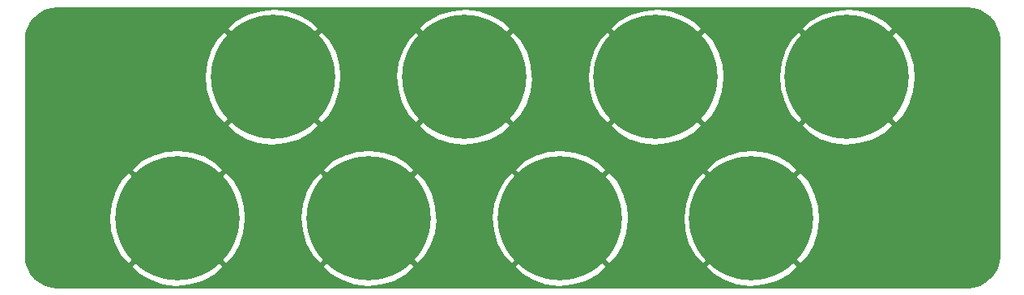
<source format=gbr>
G04 #@! TF.GenerationSoftware,KiCad,Pcbnew,(5.1.5-0)*
G04 #@! TF.CreationDate,2021-01-24T12:18:42-07:00*
G04 #@! TF.ProjectId,front_panel,66726f6e-745f-4706-916e-656c2e6b6963,rev?*
G04 #@! TF.SameCoordinates,Original*
G04 #@! TF.FileFunction,Copper,L2,Bot*
G04 #@! TF.FilePolarity,Positive*
%FSLAX46Y46*%
G04 Gerber Fmt 4.6, Leading zero omitted, Abs format (unit mm)*
G04 Created by KiCad (PCBNEW (5.1.5-0)) date 2021-01-24 12:18:42*
%MOMM*%
%LPD*%
G04 APERTURE LIST*
%ADD10C,13.000000*%
%ADD11C,5.800000*%
%ADD12C,0.254000*%
G04 APERTURE END LIST*
D10*
X132565000Y-118715000D03*
X122565000Y-103915000D03*
X112565000Y-118715000D03*
X142565000Y-103915000D03*
X172565000Y-118715000D03*
X152565000Y-118715000D03*
X162565000Y-103915000D03*
X182565000Y-103915000D03*
D11*
X100000000Y-100000000D03*
X100000000Y-122630000D03*
X195130000Y-100000000D03*
X195130000Y-122630000D03*
D12*
G36*
X195765502Y-96790476D02*
G01*
X196376802Y-96975039D01*
X196940603Y-97274817D01*
X197435445Y-97678399D01*
X197842474Y-98170412D01*
X198146184Y-98732112D01*
X198335008Y-99342104D01*
X198405000Y-100008036D01*
X198405001Y-122597712D01*
X198339524Y-123265501D01*
X198154962Y-123876800D01*
X197855183Y-124440603D01*
X197451598Y-124935447D01*
X196959587Y-125342474D01*
X196397888Y-125646184D01*
X195787896Y-125835008D01*
X195121964Y-125905000D01*
X100032278Y-125905000D01*
X99364499Y-125839524D01*
X98753200Y-125654962D01*
X98189397Y-125355183D01*
X97694553Y-124951598D01*
X97287526Y-124459587D01*
X96983816Y-123897888D01*
X96941552Y-123761355D01*
X107698251Y-123761355D01*
X108454267Y-124589005D01*
X109679214Y-125278101D01*
X111015062Y-125714982D01*
X112410472Y-125882858D01*
X113811821Y-125775277D01*
X115165255Y-125396373D01*
X116418763Y-124760708D01*
X116675733Y-124589005D01*
X117431749Y-123761355D01*
X127698251Y-123761355D01*
X128454267Y-124589005D01*
X129679214Y-125278101D01*
X131015062Y-125714982D01*
X132410472Y-125882858D01*
X133811821Y-125775277D01*
X135165255Y-125396373D01*
X136418763Y-124760708D01*
X136675733Y-124589005D01*
X137431749Y-123761355D01*
X147698251Y-123761355D01*
X148454267Y-124589005D01*
X149679214Y-125278101D01*
X151015062Y-125714982D01*
X152410472Y-125882858D01*
X153811821Y-125775277D01*
X155165255Y-125396373D01*
X156418763Y-124760708D01*
X156675733Y-124589005D01*
X157431749Y-123761355D01*
X167698251Y-123761355D01*
X168454267Y-124589005D01*
X169679214Y-125278101D01*
X171015062Y-125714982D01*
X172410472Y-125882858D01*
X173811821Y-125775277D01*
X175165255Y-125396373D01*
X176418763Y-124760708D01*
X176675733Y-124589005D01*
X177431749Y-123761355D01*
X172565000Y-118894605D01*
X167698251Y-123761355D01*
X157431749Y-123761355D01*
X152565000Y-118894605D01*
X147698251Y-123761355D01*
X137431749Y-123761355D01*
X132565000Y-118894605D01*
X127698251Y-123761355D01*
X117431749Y-123761355D01*
X112565000Y-118894605D01*
X107698251Y-123761355D01*
X96941552Y-123761355D01*
X96794992Y-123287896D01*
X96725000Y-122621964D01*
X96725000Y-118560472D01*
X105397142Y-118560472D01*
X105504723Y-119961821D01*
X105883627Y-121315255D01*
X106519292Y-122568763D01*
X106690995Y-122825733D01*
X107518645Y-123581749D01*
X112385395Y-118715000D01*
X112744605Y-118715000D01*
X117611355Y-123581749D01*
X118439005Y-122825733D01*
X119128101Y-121600786D01*
X119564982Y-120264938D01*
X119732858Y-118869528D01*
X119709132Y-118560472D01*
X125397142Y-118560472D01*
X125504723Y-119961821D01*
X125883627Y-121315255D01*
X126519292Y-122568763D01*
X126690995Y-122825733D01*
X127518645Y-123581749D01*
X132385395Y-118715000D01*
X132744605Y-118715000D01*
X137611355Y-123581749D01*
X138439005Y-122825733D01*
X139128101Y-121600786D01*
X139564982Y-120264938D01*
X139732858Y-118869528D01*
X139709132Y-118560472D01*
X145397142Y-118560472D01*
X145504723Y-119961821D01*
X145883627Y-121315255D01*
X146519292Y-122568763D01*
X146690995Y-122825733D01*
X147518645Y-123581749D01*
X152385395Y-118715000D01*
X152744605Y-118715000D01*
X157611355Y-123581749D01*
X158439005Y-122825733D01*
X159128101Y-121600786D01*
X159564982Y-120264938D01*
X159732858Y-118869528D01*
X159709132Y-118560472D01*
X165397142Y-118560472D01*
X165504723Y-119961821D01*
X165883627Y-121315255D01*
X166519292Y-122568763D01*
X166690995Y-122825733D01*
X167518645Y-123581749D01*
X172385395Y-118715000D01*
X172744605Y-118715000D01*
X177611355Y-123581749D01*
X178439005Y-122825733D01*
X179128101Y-121600786D01*
X179564982Y-120264938D01*
X179732858Y-118869528D01*
X179625277Y-117468179D01*
X179246373Y-116114745D01*
X178610708Y-114861237D01*
X178439005Y-114604267D01*
X177611355Y-113848251D01*
X172744605Y-118715000D01*
X172385395Y-118715000D01*
X167518645Y-113848251D01*
X166690995Y-114604267D01*
X166001899Y-115829214D01*
X165565018Y-117165062D01*
X165397142Y-118560472D01*
X159709132Y-118560472D01*
X159625277Y-117468179D01*
X159246373Y-116114745D01*
X158610708Y-114861237D01*
X158439005Y-114604267D01*
X157611355Y-113848251D01*
X152744605Y-118715000D01*
X152385395Y-118715000D01*
X147518645Y-113848251D01*
X146690995Y-114604267D01*
X146001899Y-115829214D01*
X145565018Y-117165062D01*
X145397142Y-118560472D01*
X139709132Y-118560472D01*
X139625277Y-117468179D01*
X139246373Y-116114745D01*
X138610708Y-114861237D01*
X138439005Y-114604267D01*
X137611355Y-113848251D01*
X132744605Y-118715000D01*
X132385395Y-118715000D01*
X127518645Y-113848251D01*
X126690995Y-114604267D01*
X126001899Y-115829214D01*
X125565018Y-117165062D01*
X125397142Y-118560472D01*
X119709132Y-118560472D01*
X119625277Y-117468179D01*
X119246373Y-116114745D01*
X118610708Y-114861237D01*
X118439005Y-114604267D01*
X117611355Y-113848251D01*
X112744605Y-118715000D01*
X112385395Y-118715000D01*
X107518645Y-113848251D01*
X106690995Y-114604267D01*
X106001899Y-115829214D01*
X105565018Y-117165062D01*
X105397142Y-118560472D01*
X96725000Y-118560472D01*
X96725000Y-113668645D01*
X107698251Y-113668645D01*
X112565000Y-118535395D01*
X117431749Y-113668645D01*
X127698251Y-113668645D01*
X132565000Y-118535395D01*
X137431749Y-113668645D01*
X147698251Y-113668645D01*
X152565000Y-118535395D01*
X157431749Y-113668645D01*
X167698251Y-113668645D01*
X172565000Y-118535395D01*
X177431749Y-113668645D01*
X176675733Y-112840995D01*
X175450786Y-112151899D01*
X174114938Y-111715018D01*
X172719528Y-111547142D01*
X171318179Y-111654723D01*
X169964745Y-112033627D01*
X168711237Y-112669292D01*
X168454267Y-112840995D01*
X167698251Y-113668645D01*
X157431749Y-113668645D01*
X156675733Y-112840995D01*
X155450786Y-112151899D01*
X154114938Y-111715018D01*
X152719528Y-111547142D01*
X151318179Y-111654723D01*
X149964745Y-112033627D01*
X148711237Y-112669292D01*
X148454267Y-112840995D01*
X147698251Y-113668645D01*
X137431749Y-113668645D01*
X136675733Y-112840995D01*
X135450786Y-112151899D01*
X134114938Y-111715018D01*
X132719528Y-111547142D01*
X131318179Y-111654723D01*
X129964745Y-112033627D01*
X128711237Y-112669292D01*
X128454267Y-112840995D01*
X127698251Y-113668645D01*
X117431749Y-113668645D01*
X116675733Y-112840995D01*
X115450786Y-112151899D01*
X114114938Y-111715018D01*
X112719528Y-111547142D01*
X111318179Y-111654723D01*
X109964745Y-112033627D01*
X108711237Y-112669292D01*
X108454267Y-112840995D01*
X107698251Y-113668645D01*
X96725000Y-113668645D01*
X96725000Y-108961355D01*
X117698251Y-108961355D01*
X118454267Y-109789005D01*
X119679214Y-110478101D01*
X121015062Y-110914982D01*
X122410472Y-111082858D01*
X123811821Y-110975277D01*
X125165255Y-110596373D01*
X126418763Y-109960708D01*
X126675733Y-109789005D01*
X127431749Y-108961355D01*
X137698251Y-108961355D01*
X138454267Y-109789005D01*
X139679214Y-110478101D01*
X141015062Y-110914982D01*
X142410472Y-111082858D01*
X143811821Y-110975277D01*
X145165255Y-110596373D01*
X146418763Y-109960708D01*
X146675733Y-109789005D01*
X147431749Y-108961355D01*
X157698251Y-108961355D01*
X158454267Y-109789005D01*
X159679214Y-110478101D01*
X161015062Y-110914982D01*
X162410472Y-111082858D01*
X163811821Y-110975277D01*
X165165255Y-110596373D01*
X166418763Y-109960708D01*
X166675733Y-109789005D01*
X167431749Y-108961355D01*
X177698251Y-108961355D01*
X178454267Y-109789005D01*
X179679214Y-110478101D01*
X181015062Y-110914982D01*
X182410472Y-111082858D01*
X183811821Y-110975277D01*
X185165255Y-110596373D01*
X186418763Y-109960708D01*
X186675733Y-109789005D01*
X187431749Y-108961355D01*
X182565000Y-104094605D01*
X177698251Y-108961355D01*
X167431749Y-108961355D01*
X162565000Y-104094605D01*
X157698251Y-108961355D01*
X147431749Y-108961355D01*
X142565000Y-104094605D01*
X137698251Y-108961355D01*
X127431749Y-108961355D01*
X122565000Y-104094605D01*
X117698251Y-108961355D01*
X96725000Y-108961355D01*
X96725000Y-103760472D01*
X115397142Y-103760472D01*
X115504723Y-105161821D01*
X115883627Y-106515255D01*
X116519292Y-107768763D01*
X116690995Y-108025733D01*
X117518645Y-108781749D01*
X122385395Y-103915000D01*
X122744605Y-103915000D01*
X127611355Y-108781749D01*
X128439005Y-108025733D01*
X129128101Y-106800786D01*
X129564982Y-105464938D01*
X129732858Y-104069528D01*
X129709132Y-103760472D01*
X135397142Y-103760472D01*
X135504723Y-105161821D01*
X135883627Y-106515255D01*
X136519292Y-107768763D01*
X136690995Y-108025733D01*
X137518645Y-108781749D01*
X142385395Y-103915000D01*
X142744605Y-103915000D01*
X147611355Y-108781749D01*
X148439005Y-108025733D01*
X149128101Y-106800786D01*
X149564982Y-105464938D01*
X149732858Y-104069528D01*
X149709132Y-103760472D01*
X155397142Y-103760472D01*
X155504723Y-105161821D01*
X155883627Y-106515255D01*
X156519292Y-107768763D01*
X156690995Y-108025733D01*
X157518645Y-108781749D01*
X162385395Y-103915000D01*
X162744605Y-103915000D01*
X167611355Y-108781749D01*
X168439005Y-108025733D01*
X169128101Y-106800786D01*
X169564982Y-105464938D01*
X169732858Y-104069528D01*
X169709132Y-103760472D01*
X175397142Y-103760472D01*
X175504723Y-105161821D01*
X175883627Y-106515255D01*
X176519292Y-107768763D01*
X176690995Y-108025733D01*
X177518645Y-108781749D01*
X182385395Y-103915000D01*
X182744605Y-103915000D01*
X187611355Y-108781749D01*
X188439005Y-108025733D01*
X189128101Y-106800786D01*
X189564982Y-105464938D01*
X189732858Y-104069528D01*
X189625277Y-102668179D01*
X189246373Y-101314745D01*
X188610708Y-100061237D01*
X188439005Y-99804267D01*
X187611355Y-99048251D01*
X182744605Y-103915000D01*
X182385395Y-103915000D01*
X177518645Y-99048251D01*
X176690995Y-99804267D01*
X176001899Y-101029214D01*
X175565018Y-102365062D01*
X175397142Y-103760472D01*
X169709132Y-103760472D01*
X169625277Y-102668179D01*
X169246373Y-101314745D01*
X168610708Y-100061237D01*
X168439005Y-99804267D01*
X167611355Y-99048251D01*
X162744605Y-103915000D01*
X162385395Y-103915000D01*
X157518645Y-99048251D01*
X156690995Y-99804267D01*
X156001899Y-101029214D01*
X155565018Y-102365062D01*
X155397142Y-103760472D01*
X149709132Y-103760472D01*
X149625277Y-102668179D01*
X149246373Y-101314745D01*
X148610708Y-100061237D01*
X148439005Y-99804267D01*
X147611355Y-99048251D01*
X142744605Y-103915000D01*
X142385395Y-103915000D01*
X137518645Y-99048251D01*
X136690995Y-99804267D01*
X136001899Y-101029214D01*
X135565018Y-102365062D01*
X135397142Y-103760472D01*
X129709132Y-103760472D01*
X129625277Y-102668179D01*
X129246373Y-101314745D01*
X128610708Y-100061237D01*
X128439005Y-99804267D01*
X127611355Y-99048251D01*
X122744605Y-103915000D01*
X122385395Y-103915000D01*
X117518645Y-99048251D01*
X116690995Y-99804267D01*
X116001899Y-101029214D01*
X115565018Y-102365062D01*
X115397142Y-103760472D01*
X96725000Y-103760472D01*
X96725000Y-100032278D01*
X96790476Y-99364498D01*
X96940183Y-98868645D01*
X117698251Y-98868645D01*
X122565000Y-103735395D01*
X127431749Y-98868645D01*
X137698251Y-98868645D01*
X142565000Y-103735395D01*
X147431749Y-98868645D01*
X157698251Y-98868645D01*
X162565000Y-103735395D01*
X167431749Y-98868645D01*
X177698251Y-98868645D01*
X182565000Y-103735395D01*
X187431749Y-98868645D01*
X186675733Y-98040995D01*
X185450786Y-97351899D01*
X184114938Y-96915018D01*
X182719528Y-96747142D01*
X181318179Y-96854723D01*
X179964745Y-97233627D01*
X178711237Y-97869292D01*
X178454267Y-98040995D01*
X177698251Y-98868645D01*
X167431749Y-98868645D01*
X166675733Y-98040995D01*
X165450786Y-97351899D01*
X164114938Y-96915018D01*
X162719528Y-96747142D01*
X161318179Y-96854723D01*
X159964745Y-97233627D01*
X158711237Y-97869292D01*
X158454267Y-98040995D01*
X157698251Y-98868645D01*
X147431749Y-98868645D01*
X146675733Y-98040995D01*
X145450786Y-97351899D01*
X144114938Y-96915018D01*
X142719528Y-96747142D01*
X141318179Y-96854723D01*
X139964745Y-97233627D01*
X138711237Y-97869292D01*
X138454267Y-98040995D01*
X137698251Y-98868645D01*
X127431749Y-98868645D01*
X126675733Y-98040995D01*
X125450786Y-97351899D01*
X124114938Y-96915018D01*
X122719528Y-96747142D01*
X121318179Y-96854723D01*
X119964745Y-97233627D01*
X118711237Y-97869292D01*
X118454267Y-98040995D01*
X117698251Y-98868645D01*
X96940183Y-98868645D01*
X96975039Y-98753198D01*
X97274817Y-98189397D01*
X97678399Y-97694555D01*
X98170412Y-97287526D01*
X98732112Y-96983816D01*
X99342104Y-96794992D01*
X100008036Y-96725000D01*
X195097722Y-96725000D01*
X195765502Y-96790476D01*
G37*
X195765502Y-96790476D02*
X196376802Y-96975039D01*
X196940603Y-97274817D01*
X197435445Y-97678399D01*
X197842474Y-98170412D01*
X198146184Y-98732112D01*
X198335008Y-99342104D01*
X198405000Y-100008036D01*
X198405001Y-122597712D01*
X198339524Y-123265501D01*
X198154962Y-123876800D01*
X197855183Y-124440603D01*
X197451598Y-124935447D01*
X196959587Y-125342474D01*
X196397888Y-125646184D01*
X195787896Y-125835008D01*
X195121964Y-125905000D01*
X100032278Y-125905000D01*
X99364499Y-125839524D01*
X98753200Y-125654962D01*
X98189397Y-125355183D01*
X97694553Y-124951598D01*
X97287526Y-124459587D01*
X96983816Y-123897888D01*
X96941552Y-123761355D01*
X107698251Y-123761355D01*
X108454267Y-124589005D01*
X109679214Y-125278101D01*
X111015062Y-125714982D01*
X112410472Y-125882858D01*
X113811821Y-125775277D01*
X115165255Y-125396373D01*
X116418763Y-124760708D01*
X116675733Y-124589005D01*
X117431749Y-123761355D01*
X127698251Y-123761355D01*
X128454267Y-124589005D01*
X129679214Y-125278101D01*
X131015062Y-125714982D01*
X132410472Y-125882858D01*
X133811821Y-125775277D01*
X135165255Y-125396373D01*
X136418763Y-124760708D01*
X136675733Y-124589005D01*
X137431749Y-123761355D01*
X147698251Y-123761355D01*
X148454267Y-124589005D01*
X149679214Y-125278101D01*
X151015062Y-125714982D01*
X152410472Y-125882858D01*
X153811821Y-125775277D01*
X155165255Y-125396373D01*
X156418763Y-124760708D01*
X156675733Y-124589005D01*
X157431749Y-123761355D01*
X167698251Y-123761355D01*
X168454267Y-124589005D01*
X169679214Y-125278101D01*
X171015062Y-125714982D01*
X172410472Y-125882858D01*
X173811821Y-125775277D01*
X175165255Y-125396373D01*
X176418763Y-124760708D01*
X176675733Y-124589005D01*
X177431749Y-123761355D01*
X172565000Y-118894605D01*
X167698251Y-123761355D01*
X157431749Y-123761355D01*
X152565000Y-118894605D01*
X147698251Y-123761355D01*
X137431749Y-123761355D01*
X132565000Y-118894605D01*
X127698251Y-123761355D01*
X117431749Y-123761355D01*
X112565000Y-118894605D01*
X107698251Y-123761355D01*
X96941552Y-123761355D01*
X96794992Y-123287896D01*
X96725000Y-122621964D01*
X96725000Y-118560472D01*
X105397142Y-118560472D01*
X105504723Y-119961821D01*
X105883627Y-121315255D01*
X106519292Y-122568763D01*
X106690995Y-122825733D01*
X107518645Y-123581749D01*
X112385395Y-118715000D01*
X112744605Y-118715000D01*
X117611355Y-123581749D01*
X118439005Y-122825733D01*
X119128101Y-121600786D01*
X119564982Y-120264938D01*
X119732858Y-118869528D01*
X119709132Y-118560472D01*
X125397142Y-118560472D01*
X125504723Y-119961821D01*
X125883627Y-121315255D01*
X126519292Y-122568763D01*
X126690995Y-122825733D01*
X127518645Y-123581749D01*
X132385395Y-118715000D01*
X132744605Y-118715000D01*
X137611355Y-123581749D01*
X138439005Y-122825733D01*
X139128101Y-121600786D01*
X139564982Y-120264938D01*
X139732858Y-118869528D01*
X139709132Y-118560472D01*
X145397142Y-118560472D01*
X145504723Y-119961821D01*
X145883627Y-121315255D01*
X146519292Y-122568763D01*
X146690995Y-122825733D01*
X147518645Y-123581749D01*
X152385395Y-118715000D01*
X152744605Y-118715000D01*
X157611355Y-123581749D01*
X158439005Y-122825733D01*
X159128101Y-121600786D01*
X159564982Y-120264938D01*
X159732858Y-118869528D01*
X159709132Y-118560472D01*
X165397142Y-118560472D01*
X165504723Y-119961821D01*
X165883627Y-121315255D01*
X166519292Y-122568763D01*
X166690995Y-122825733D01*
X167518645Y-123581749D01*
X172385395Y-118715000D01*
X172744605Y-118715000D01*
X177611355Y-123581749D01*
X178439005Y-122825733D01*
X179128101Y-121600786D01*
X179564982Y-120264938D01*
X179732858Y-118869528D01*
X179625277Y-117468179D01*
X179246373Y-116114745D01*
X178610708Y-114861237D01*
X178439005Y-114604267D01*
X177611355Y-113848251D01*
X172744605Y-118715000D01*
X172385395Y-118715000D01*
X167518645Y-113848251D01*
X166690995Y-114604267D01*
X166001899Y-115829214D01*
X165565018Y-117165062D01*
X165397142Y-118560472D01*
X159709132Y-118560472D01*
X159625277Y-117468179D01*
X159246373Y-116114745D01*
X158610708Y-114861237D01*
X158439005Y-114604267D01*
X157611355Y-113848251D01*
X152744605Y-118715000D01*
X152385395Y-118715000D01*
X147518645Y-113848251D01*
X146690995Y-114604267D01*
X146001899Y-115829214D01*
X145565018Y-117165062D01*
X145397142Y-118560472D01*
X139709132Y-118560472D01*
X139625277Y-117468179D01*
X139246373Y-116114745D01*
X138610708Y-114861237D01*
X138439005Y-114604267D01*
X137611355Y-113848251D01*
X132744605Y-118715000D01*
X132385395Y-118715000D01*
X127518645Y-113848251D01*
X126690995Y-114604267D01*
X126001899Y-115829214D01*
X125565018Y-117165062D01*
X125397142Y-118560472D01*
X119709132Y-118560472D01*
X119625277Y-117468179D01*
X119246373Y-116114745D01*
X118610708Y-114861237D01*
X118439005Y-114604267D01*
X117611355Y-113848251D01*
X112744605Y-118715000D01*
X112385395Y-118715000D01*
X107518645Y-113848251D01*
X106690995Y-114604267D01*
X106001899Y-115829214D01*
X105565018Y-117165062D01*
X105397142Y-118560472D01*
X96725000Y-118560472D01*
X96725000Y-113668645D01*
X107698251Y-113668645D01*
X112565000Y-118535395D01*
X117431749Y-113668645D01*
X127698251Y-113668645D01*
X132565000Y-118535395D01*
X137431749Y-113668645D01*
X147698251Y-113668645D01*
X152565000Y-118535395D01*
X157431749Y-113668645D01*
X167698251Y-113668645D01*
X172565000Y-118535395D01*
X177431749Y-113668645D01*
X176675733Y-112840995D01*
X175450786Y-112151899D01*
X174114938Y-111715018D01*
X172719528Y-111547142D01*
X171318179Y-111654723D01*
X169964745Y-112033627D01*
X168711237Y-112669292D01*
X168454267Y-112840995D01*
X167698251Y-113668645D01*
X157431749Y-113668645D01*
X156675733Y-112840995D01*
X155450786Y-112151899D01*
X154114938Y-111715018D01*
X152719528Y-111547142D01*
X151318179Y-111654723D01*
X149964745Y-112033627D01*
X148711237Y-112669292D01*
X148454267Y-112840995D01*
X147698251Y-113668645D01*
X137431749Y-113668645D01*
X136675733Y-112840995D01*
X135450786Y-112151899D01*
X134114938Y-111715018D01*
X132719528Y-111547142D01*
X131318179Y-111654723D01*
X129964745Y-112033627D01*
X128711237Y-112669292D01*
X128454267Y-112840995D01*
X127698251Y-113668645D01*
X117431749Y-113668645D01*
X116675733Y-112840995D01*
X115450786Y-112151899D01*
X114114938Y-111715018D01*
X112719528Y-111547142D01*
X111318179Y-111654723D01*
X109964745Y-112033627D01*
X108711237Y-112669292D01*
X108454267Y-112840995D01*
X107698251Y-113668645D01*
X96725000Y-113668645D01*
X96725000Y-108961355D01*
X117698251Y-108961355D01*
X118454267Y-109789005D01*
X119679214Y-110478101D01*
X121015062Y-110914982D01*
X122410472Y-111082858D01*
X123811821Y-110975277D01*
X125165255Y-110596373D01*
X126418763Y-109960708D01*
X126675733Y-109789005D01*
X127431749Y-108961355D01*
X137698251Y-108961355D01*
X138454267Y-109789005D01*
X139679214Y-110478101D01*
X141015062Y-110914982D01*
X142410472Y-111082858D01*
X143811821Y-110975277D01*
X145165255Y-110596373D01*
X146418763Y-109960708D01*
X146675733Y-109789005D01*
X147431749Y-108961355D01*
X157698251Y-108961355D01*
X158454267Y-109789005D01*
X159679214Y-110478101D01*
X161015062Y-110914982D01*
X162410472Y-111082858D01*
X163811821Y-110975277D01*
X165165255Y-110596373D01*
X166418763Y-109960708D01*
X166675733Y-109789005D01*
X167431749Y-108961355D01*
X177698251Y-108961355D01*
X178454267Y-109789005D01*
X179679214Y-110478101D01*
X181015062Y-110914982D01*
X182410472Y-111082858D01*
X183811821Y-110975277D01*
X185165255Y-110596373D01*
X186418763Y-109960708D01*
X186675733Y-109789005D01*
X187431749Y-108961355D01*
X182565000Y-104094605D01*
X177698251Y-108961355D01*
X167431749Y-108961355D01*
X162565000Y-104094605D01*
X157698251Y-108961355D01*
X147431749Y-108961355D01*
X142565000Y-104094605D01*
X137698251Y-108961355D01*
X127431749Y-108961355D01*
X122565000Y-104094605D01*
X117698251Y-108961355D01*
X96725000Y-108961355D01*
X96725000Y-103760472D01*
X115397142Y-103760472D01*
X115504723Y-105161821D01*
X115883627Y-106515255D01*
X116519292Y-107768763D01*
X116690995Y-108025733D01*
X117518645Y-108781749D01*
X122385395Y-103915000D01*
X122744605Y-103915000D01*
X127611355Y-108781749D01*
X128439005Y-108025733D01*
X129128101Y-106800786D01*
X129564982Y-105464938D01*
X129732858Y-104069528D01*
X129709132Y-103760472D01*
X135397142Y-103760472D01*
X135504723Y-105161821D01*
X135883627Y-106515255D01*
X136519292Y-107768763D01*
X136690995Y-108025733D01*
X137518645Y-108781749D01*
X142385395Y-103915000D01*
X142744605Y-103915000D01*
X147611355Y-108781749D01*
X148439005Y-108025733D01*
X149128101Y-106800786D01*
X149564982Y-105464938D01*
X149732858Y-104069528D01*
X149709132Y-103760472D01*
X155397142Y-103760472D01*
X155504723Y-105161821D01*
X155883627Y-106515255D01*
X156519292Y-107768763D01*
X156690995Y-108025733D01*
X157518645Y-108781749D01*
X162385395Y-103915000D01*
X162744605Y-103915000D01*
X167611355Y-108781749D01*
X168439005Y-108025733D01*
X169128101Y-106800786D01*
X169564982Y-105464938D01*
X169732858Y-104069528D01*
X169709132Y-103760472D01*
X175397142Y-103760472D01*
X175504723Y-105161821D01*
X175883627Y-106515255D01*
X176519292Y-107768763D01*
X176690995Y-108025733D01*
X177518645Y-108781749D01*
X182385395Y-103915000D01*
X182744605Y-103915000D01*
X187611355Y-108781749D01*
X188439005Y-108025733D01*
X189128101Y-106800786D01*
X189564982Y-105464938D01*
X189732858Y-104069528D01*
X189625277Y-102668179D01*
X189246373Y-101314745D01*
X188610708Y-100061237D01*
X188439005Y-99804267D01*
X187611355Y-99048251D01*
X182744605Y-103915000D01*
X182385395Y-103915000D01*
X177518645Y-99048251D01*
X176690995Y-99804267D01*
X176001899Y-101029214D01*
X175565018Y-102365062D01*
X175397142Y-103760472D01*
X169709132Y-103760472D01*
X169625277Y-102668179D01*
X169246373Y-101314745D01*
X168610708Y-100061237D01*
X168439005Y-99804267D01*
X167611355Y-99048251D01*
X162744605Y-103915000D01*
X162385395Y-103915000D01*
X157518645Y-99048251D01*
X156690995Y-99804267D01*
X156001899Y-101029214D01*
X155565018Y-102365062D01*
X155397142Y-103760472D01*
X149709132Y-103760472D01*
X149625277Y-102668179D01*
X149246373Y-101314745D01*
X148610708Y-100061237D01*
X148439005Y-99804267D01*
X147611355Y-99048251D01*
X142744605Y-103915000D01*
X142385395Y-103915000D01*
X137518645Y-99048251D01*
X136690995Y-99804267D01*
X136001899Y-101029214D01*
X135565018Y-102365062D01*
X135397142Y-103760472D01*
X129709132Y-103760472D01*
X129625277Y-102668179D01*
X129246373Y-101314745D01*
X128610708Y-100061237D01*
X128439005Y-99804267D01*
X127611355Y-99048251D01*
X122744605Y-103915000D01*
X122385395Y-103915000D01*
X117518645Y-99048251D01*
X116690995Y-99804267D01*
X116001899Y-101029214D01*
X115565018Y-102365062D01*
X115397142Y-103760472D01*
X96725000Y-103760472D01*
X96725000Y-100032278D01*
X96790476Y-99364498D01*
X96940183Y-98868645D01*
X117698251Y-98868645D01*
X122565000Y-103735395D01*
X127431749Y-98868645D01*
X137698251Y-98868645D01*
X142565000Y-103735395D01*
X147431749Y-98868645D01*
X157698251Y-98868645D01*
X162565000Y-103735395D01*
X167431749Y-98868645D01*
X177698251Y-98868645D01*
X182565000Y-103735395D01*
X187431749Y-98868645D01*
X186675733Y-98040995D01*
X185450786Y-97351899D01*
X184114938Y-96915018D01*
X182719528Y-96747142D01*
X181318179Y-96854723D01*
X179964745Y-97233627D01*
X178711237Y-97869292D01*
X178454267Y-98040995D01*
X177698251Y-98868645D01*
X167431749Y-98868645D01*
X166675733Y-98040995D01*
X165450786Y-97351899D01*
X164114938Y-96915018D01*
X162719528Y-96747142D01*
X161318179Y-96854723D01*
X159964745Y-97233627D01*
X158711237Y-97869292D01*
X158454267Y-98040995D01*
X157698251Y-98868645D01*
X147431749Y-98868645D01*
X146675733Y-98040995D01*
X145450786Y-97351899D01*
X144114938Y-96915018D01*
X142719528Y-96747142D01*
X141318179Y-96854723D01*
X139964745Y-97233627D01*
X138711237Y-97869292D01*
X138454267Y-98040995D01*
X137698251Y-98868645D01*
X127431749Y-98868645D01*
X126675733Y-98040995D01*
X125450786Y-97351899D01*
X124114938Y-96915018D01*
X122719528Y-96747142D01*
X121318179Y-96854723D01*
X119964745Y-97233627D01*
X118711237Y-97869292D01*
X118454267Y-98040995D01*
X117698251Y-98868645D01*
X96940183Y-98868645D01*
X96975039Y-98753198D01*
X97274817Y-98189397D01*
X97678399Y-97694555D01*
X98170412Y-97287526D01*
X98732112Y-96983816D01*
X99342104Y-96794992D01*
X100008036Y-96725000D01*
X195097722Y-96725000D01*
X195765502Y-96790476D01*
M02*

</source>
